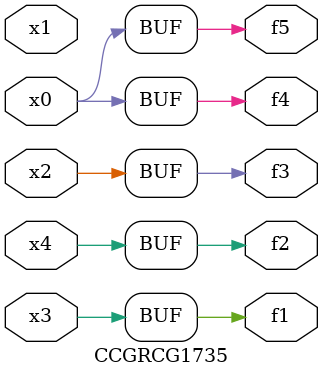
<source format=v>
module CCGRCG1735(
	input x0, x1, x2, x3, x4,
	output f1, f2, f3, f4, f5
);
	assign f1 = x3;
	assign f2 = x4;
	assign f3 = x2;
	assign f4 = x0;
	assign f5 = x0;
endmodule

</source>
